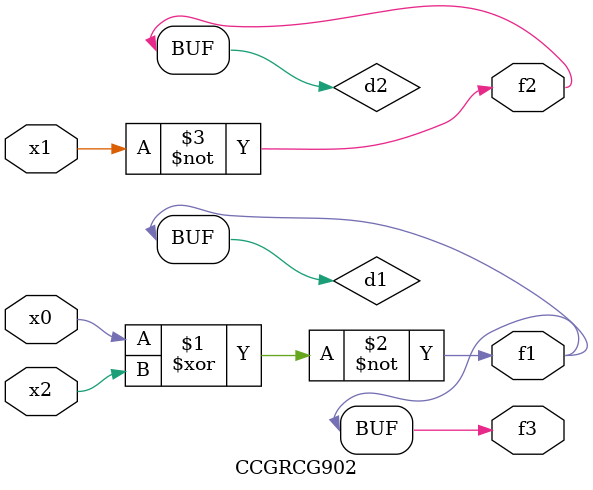
<source format=v>
module CCGRCG902(
	input x0, x1, x2,
	output f1, f2, f3
);

	wire d1, d2, d3;

	xnor (d1, x0, x2);
	nand (d2, x1);
	nor (d3, x1, x2);
	assign f1 = d1;
	assign f2 = d2;
	assign f3 = d1;
endmodule

</source>
